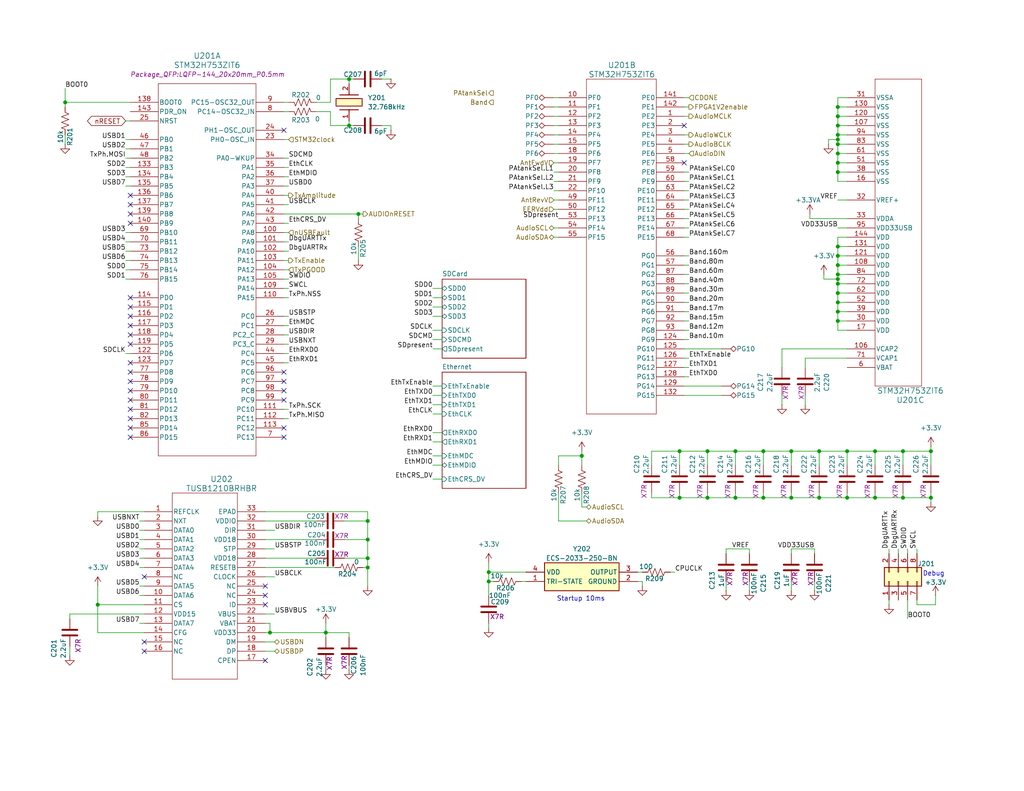
<source format=kicad_sch>
(kicad_sch (version 20250114) (generator "eeschema") (generator_version "9.0")
  (paper "USLetter")
  (title_block (title "Microcontroller") (date "2025-08-10") (company "WB7NAB") (comment 1 "Alan Mimms"))
  (bus_alias "TxEnv" (members "NSS" "CLK" "MISO" "MOSI"))
  (bus_alias "TxPh" (members "NSS" "CLK" "MISO" "MOSI"))
  (text "Debug" (at 254.762 156.718 0) (effects (font (size 1.27 1.27))))
  (text "Startup 10ms" (at 158.496 163.576 0) (effects (font (size 1.27 1.27))))
  (junction (at 185.42 135.89))
  (junction (at 100.33 152.4))
  (junction (at 254 123.19))
  (junction (at 228.6 87.63))
  (junction (at 73.66 172.72))
  (junction (at 223.52 135.89))
  (junction (at 200.66 123.19))
  (junction (at 100.33 142.24))
  (junction (at 228.6 85.09))
  (junction (at 133.35 156.21))
  (junction (at 223.52 123.19))
  (junction (at 185.42 123.19))
  (junction (at 231.14 123.19))
  (junction (at 228.6 69.85))
  (junction (at 208.28 123.19))
  (junction (at 238.76 123.19))
  (junction (at 158.75 124.46))
  (junction (at 228.6 80.01))
  (junction (at 215.9 135.89))
  (junction (at 100.33 147.32))
  (junction (at 228.6 29.21))
  (junction (at 97.79 58.42))
  (junction (at 246.38 123.19))
  (junction (at 100.33 154.94))
  (junction (at 17.78 27.94))
  (junction (at 228.6 31.75))
  (junction (at 193.04 123.19))
  (junction (at 238.76 135.89))
  (junction (at 133.35 158.75))
  (junction (at 231.14 135.89))
  (junction (at 193.04 135.89))
  (junction (at 254 135.89))
  (junction (at 228.6 34.29))
  (junction (at 228.6 77.47))
  (junction (at 95.25 34.29))
  (junction (at 200.66 135.89))
  (junction (at 88.9 172.72))
  (junction (at 228.6 46.99))
  (junction (at 228.6 74.93))
  (junction (at 246.38 135.89))
  (junction (at 228.6 44.45))
  (junction (at 228.6 36.83))
  (junction (at 228.6 82.55))
  (junction (at 215.9 123.19))
  (junction (at 228.6 67.31))
  (junction (at 26.67 165.1))
  (junction (at 228.6 76.2))
  (junction (at 228.6 39.37))
  (junction (at 228.6 72.39))
  (junction (at 208.28 135.89))
  (junction (at 228.6 41.91))
  (junction (at 95.25 21.59))
  (junction (at 228.6 38.1))
  (no_connect (at 35.56 109.22))
  (no_connect (at 39.37 157.48))
  (no_connect (at 35.56 91.44))
  (no_connect (at 39.37 177.8))
  (no_connect (at 35.56 55.88))
  (no_connect (at 35.56 58.42))
  (no_connect (at 72.39 162.56))
  (no_connect (at 77.47 109.22))
  (no_connect (at 77.47 104.14))
  (no_connect (at 35.56 53.34))
  (no_connect (at 77.47 35.56))
  (no_connect (at 35.56 116.84))
  (no_connect (at 35.56 86.36))
  (no_connect (at 35.56 111.76))
  (no_connect (at 35.56 106.68))
  (no_connect (at 35.56 93.98))
  (no_connect (at 77.47 119.38))
  (no_connect (at 35.56 101.6))
  (no_connect (at 35.56 60.96))
  (no_connect (at 35.56 81.28))
  (no_connect (at 35.56 114.3))
  (no_connect (at 77.47 101.6))
  (no_connect (at 35.56 83.82))
  (no_connect (at 35.56 104.14))
  (no_connect (at 35.56 119.38))
  (no_connect (at 72.39 160.02))
  (no_connect (at 35.56 88.9))
  (no_connect (at 39.37 175.26))
  (no_connect (at 186.69 34.29))
  (no_connect (at 77.47 106.68))
  (no_connect (at 72.39 165.1))
  (no_connect (at 77.47 116.84))
  (no_connect (at 72.39 180.34))
  (no_connect (at 35.56 99.06))
  (no_connect (at 186.69 44.45))
  (wire (pts (xy 133.35 158.75) (xy 133.35 162.56)))
  (wire (pts (xy 254 127) (xy 254 123.19)))
  (wire (pts (xy 238.76 123.19) (xy 231.14 123.19)))
  (wire (pts (xy 118.11 83.82) (xy 120.65 83.82)))
  (wire (pts (xy 72.39 170.18) (xy 73.66 170.18)))
  (wire (pts (xy 186.69 39.37) (xy 187.96 39.37)))
  (wire (pts (xy 186.69 64.77) (xy 187.96 64.77)))
  (wire (pts (xy 187.96 85.09) (xy 186.69 85.09)))
  (wire (pts (xy 242.57 165.1) (xy 242.57 163.83)))
  (wire (pts (xy 215.9 149.86) (xy 222.25 149.86)))
  (wire (pts (xy 187.96 80.01) (xy 186.69 80.01)))
  (wire (pts (xy 193.04 123.19) (xy 185.42 123.19)))
  (wire (pts (xy 72.39 147.32) (xy 86.36 147.32)))
  (wire (pts (xy 38.1 147.32) (xy 39.37 147.32)))
  (wire (pts (xy 95.25 181.61) (xy 95.25 182.88)))
  (wire (pts (xy 104.14 34.29) (xy 106.68 34.29)))
  (wire (pts (xy 72.39 154.94) (xy 91.44 154.94)))
  (wire (pts (xy 246.38 123.19) (xy 238.76 123.19)))
  (wire (pts (xy 185.42 123.19) (xy 177.8 123.19)))
  (wire (pts (xy 208.28 135.89) (xy 200.66 135.89)))
  (wire (pts (xy 208.28 123.19) (xy 200.66 123.19)))
  (wire (pts (xy 231.14 85.09) (xy 228.6 85.09)))
  (wire (pts (xy 193.04 135.89) (xy 200.66 135.89)))
  (wire (pts (xy 215.9 151.13) (xy 215.9 149.86)))
  (wire (pts (xy 77.47 76.2) (xy 78.74 76.2)))
  (wire (pts (xy 38.1 144.78) (xy 39.37 144.78)))
  (wire (pts (xy 118.11 105.41) (xy 120.65 105.41)))
  (wire (pts (xy 118.11 107.95) (xy 120.65 107.95)))
  (wire (pts (xy 106.68 34.29) (xy 106.68 35.56)))
  (wire (pts (xy 118.11 124.46) (xy 120.65 124.46)))
  (wire (pts (xy 133.35 158.75) (xy 133.35 156.21)))
  (wire (pts (xy 231.14 69.85) (xy 228.6 69.85)))
  (wire (pts (xy 219.71 97.79) (xy 219.71 100.33)))
  (wire (pts (xy 77.47 88.9) (xy 78.74 88.9)))
  (wire (pts (xy 208.28 127) (xy 208.28 123.19)))
  (wire (pts (xy 228.6 29.21) (xy 228.6 26.67)))
  (wire (pts (xy 186.69 49.53) (xy 187.96 49.53)))
  (wire (pts (xy 238.76 134.62) (xy 238.76 135.89)))
  (wire (pts (xy 38.1 152.4) (xy 39.37 152.4)))
  (wire (pts (xy 186.69 57.15) (xy 187.96 57.15)))
  (wire (pts (xy 231.14 135.89) (xy 223.52 135.89)))
  (wire (pts (xy 77.47 71.12) (xy 78.74 71.12)))
  (wire (pts (xy 228.6 54.61) (xy 231.14 54.61)))
  (wire (pts (xy 186.69 59.69) (xy 187.96 59.69)))
  (wire (pts (xy 133.35 170.18) (xy 133.35 171.45)))
  (wire (pts (xy 152.4 127) (xy 152.4 124.46)))
  (wire (pts (xy 19.05 176.53) (xy 19.05 179.07)))
  (wire (pts (xy 231.14 82.55) (xy 228.6 82.55)))
  (wire (pts (xy 187.96 69.85) (xy 186.69 69.85)))
  (wire (pts (xy 250.19 165.1) (xy 250.19 163.83)))
  (wire (pts (xy 72.39 139.7) (xy 100.33 139.7)))
  (wire (pts (xy 151.13 26.67) (xy 152.4 26.67)))
  (wire (pts (xy 151.13 39.37) (xy 152.4 39.37)))
  (wire (pts (xy 142.24 158.75) (xy 143.51 158.75)))
  (wire (pts (xy 173.99 156.21) (xy 175.26 156.21)))
  (wire (pts (xy 77.47 91.44) (xy 78.74 91.44)))
  (wire (pts (xy 254 135.89) (xy 246.38 135.89)))
  (wire (pts (xy 185.42 135.89) (xy 177.8 135.89)))
  (wire (pts (xy 17.78 36.83) (xy 17.78 39.37)))
  (wire (pts (xy 77.47 30.48) (xy 78.74 30.48)))
  (wire (pts (xy 34.29 43.18) (xy 35.56 43.18)))
  (wire (pts (xy 231.14 80.01) (xy 228.6 80.01)))
  (wire (pts (xy 228.6 44.45) (xy 228.6 46.99)))
  (wire (pts (xy 204.47 158.75) (xy 204.47 161.29)))
  (wire (pts (xy 193.04 127) (xy 193.04 123.19)))
  (wire (pts (xy 118.11 113.03) (xy 120.65 113.03)))
  (wire (pts (xy 231.14 127) (xy 231.14 123.19)))
  (wire (pts (xy 182.88 156.21) (xy 184.15 156.21)))
  (wire (pts (xy 34.29 45.72) (xy 35.56 45.72)))
  (wire (pts (xy 228.6 41.91) (xy 228.6 39.37)))
  (wire (pts (xy 78.74 96.52) (xy 77.47 96.52)))
  (wire (pts (xy 200.66 134.62) (xy 200.66 135.89)))
  (wire (pts (xy 245.11 149.86) (xy 245.11 151.13)))
  (wire (pts (xy 224.79 76.2) (xy 228.6 76.2)))
  (wire (pts (xy 118.11 120.65) (xy 120.65 120.65)))
  (wire (pts (xy 134.62 158.75) (xy 133.35 158.75)))
  (wire (pts (xy 133.35 156.21) (xy 143.51 156.21)))
  (wire (pts (xy 204.47 149.86) (xy 204.47 151.13)))
  (wire (pts (xy 196.85 107.95) (xy 186.69 107.95)))
  (wire (pts (xy 231.14 74.93) (xy 228.6 74.93)))
  (wire (pts (xy 151.13 54.61) (xy 152.4 54.61)))
  (wire (pts (xy 228.6 82.55) (xy 228.6 80.01)))
  (wire (pts (xy 77.47 53.34) (xy 78.74 53.34)))
  (wire (pts (xy 246.38 135.89) (xy 238.76 135.89)))
  (wire (pts (xy 254 121.92) (xy 254 123.19)))
  (wire (pts (xy 228.6 90.17) (xy 228.6 87.63)))
  (wire (pts (xy 133.35 153.67) (xy 133.35 156.21)))
  (wire (pts (xy 187.96 74.93) (xy 186.69 74.93)))
  (wire (pts (xy 26.67 165.1) (xy 26.67 160.02)))
  (wire (pts (xy 77.47 50.8) (xy 78.74 50.8)))
  (wire (pts (xy 254 134.62) (xy 254 135.89)))
  (wire (pts (xy 77.47 27.94) (xy 78.74 27.94)))
  (wire (pts (xy 228.6 38.1) (xy 228.6 36.83)))
  (wire (pts (xy 186.69 41.91) (xy 187.96 41.91)))
  (wire (pts (xy 151.13 34.29) (xy 152.4 34.29)))
  (wire (pts (xy 231.14 46.99) (xy 228.6 46.99)))
  (wire (pts (xy 246.38 127) (xy 246.38 123.19)))
  (wire (pts (xy 77.47 99.06) (xy 78.74 99.06)))
  (wire (pts (xy 228.6 41.91) (xy 228.6 44.45)))
  (wire (pts (xy 77.47 43.18) (xy 78.74 43.18)))
  (wire (pts (xy 152.4 134.62) (xy 152.4 142.24)))
  (wire (pts (xy 88.9 172.72) (xy 88.9 173.99)))
  (wire (pts (xy 34.29 40.64) (xy 35.56 40.64)))
  (wire (pts (xy 34.29 73.66) (xy 35.56 73.66)))
  (wire (pts (xy 90.17 27.94) (xy 90.17 21.59)))
  (wire (pts (xy 222.25 158.75) (xy 222.25 161.29)))
  (wire (pts (xy 158.75 134.62) (xy 158.75 138.43)))
  (wire (pts (xy 17.78 27.94) (xy 35.56 27.94)))
  (wire (pts (xy 193.04 134.62) (xy 193.04 135.89)))
  (wire (pts (xy 77.47 78.74) (xy 78.74 78.74)))
  (wire (pts (xy 186.69 26.67) (xy 187.96 26.67)))
  (wire (pts (xy 38.1 170.18) (xy 39.37 170.18)))
  (wire (pts (xy 177.8 123.19) (xy 177.8 127)))
  (wire (pts (xy 228.6 36.83) (xy 231.14 36.83)))
  (wire (pts (xy 186.69 54.61) (xy 187.96 54.61)))
  (wire (pts (xy 158.75 138.43) (xy 160.02 138.43)))
  (wire (pts (xy 100.33 154.94) (xy 100.33 160.02)))
  (wire (pts (xy 88.9 172.72) (xy 95.25 172.72)))
  (wire (pts (xy 118.11 86.36) (xy 120.65 86.36)))
  (wire (pts (xy 118.11 95.25) (xy 120.65 95.25)))
  (wire (pts (xy 186.69 52.07) (xy 187.96 52.07)))
  (wire (pts (xy 72.39 172.72) (xy 73.66 172.72)))
  (wire (pts (xy 97.79 58.42) (xy 97.79 59.69)))
  (wire (pts (xy 86.36 27.94) (xy 90.17 27.94)))
  (wire (pts (xy 187.96 92.71) (xy 186.69 92.71)))
  (wire (pts (xy 215.9 135.89) (xy 208.28 135.89)))
  (wire (pts (xy 186.69 97.79) (xy 187.96 97.79)))
  (wire (pts (xy 228.6 31.75) (xy 228.6 34.29)))
  (wire (pts (xy 238.76 135.89) (xy 231.14 135.89)))
  (wire (pts (xy 38.1 149.86) (xy 39.37 149.86)))
  (wire (pts (xy 231.14 39.37) (xy 228.6 39.37)))
  (wire (pts (xy 186.69 102.87) (xy 187.96 102.87)))
  (wire (pts (xy 173.99 158.75) (xy 175.26 158.75)))
  (wire (pts (xy 100.33 142.24) (xy 100.33 147.32)))
  (wire (pts (xy 77.47 48.26) (xy 78.74 48.26)))
  (wire (pts (xy 95.25 34.29) (xy 96.52 34.29)))
  (wire (pts (xy 228.6 69.85) (xy 228.6 67.31)))
  (wire (pts (xy 97.79 67.31) (xy 97.79 71.12)))
  (wire (pts (xy 187.96 90.17) (xy 186.69 90.17)))
  (wire (pts (xy 151.13 36.83) (xy 152.4 36.83)))
  (wire (pts (xy 228.6 77.47) (xy 228.6 76.2)))
  (wire (pts (xy 72.39 167.64) (xy 74.93 167.64)))
  (wire (pts (xy 231.14 123.19) (xy 223.52 123.19)))
  (wire (pts (xy 100.33 147.32) (xy 100.33 152.4)))
  (wire (pts (xy 72.39 157.48) (xy 74.93 157.48)))
  (wire (pts (xy 93.98 147.32) (xy 100.33 147.32)))
  (wire (pts (xy 231.14 44.45) (xy 228.6 44.45)))
  (wire (pts (xy 77.47 93.98) (xy 78.74 93.98)))
  (wire (pts (xy 185.42 135.89) (xy 193.04 135.89)))
  (wire (pts (xy 223.52 134.62) (xy 223.52 135.89)))
  (wire (pts (xy 215.9 123.19) (xy 208.28 123.19)))
  (wire (pts (xy 77.47 45.72) (xy 78.74 45.72)))
  (wire (pts (xy 77.47 58.42) (xy 97.79 58.42)))
  (wire (pts (xy 95.25 21.59) (xy 95.25 22.86)))
  (wire (pts (xy 152.4 49.53) (xy 151.13 49.53)))
  (wire (pts (xy 118.11 118.11) (xy 120.65 118.11)))
  (wire (pts (xy 151.13 29.21) (xy 152.4 29.21)))
  (wire (pts (xy 200.66 127) (xy 200.66 123.19)))
  (wire (pts (xy 196.85 105.41) (xy 186.69 105.41)))
  (wire (pts (xy 226.06 38.1) (xy 226.06 39.37)))
  (wire (pts (xy 118.11 81.28) (xy 120.65 81.28)))
  (wire (pts (xy 228.6 39.37) (xy 228.6 38.1)))
  (wire (pts (xy 231.14 90.17) (xy 228.6 90.17)))
  (wire (pts (xy 38.1 154.94) (xy 39.37 154.94)))
  (wire (pts (xy 118.11 92.71) (xy 120.65 92.71)))
  (wire (pts (xy 97.79 58.42) (xy 99.06 58.42)))
  (wire (pts (xy 118.11 127) (xy 120.65 127)))
  (wire (pts (xy 185.42 134.62) (xy 185.42 135.89)))
  (wire (pts (xy 254 123.19) (xy 246.38 123.19)))
  (wire (pts (xy 72.39 177.8) (xy 74.93 177.8)))
  (wire (pts (xy 223.52 127) (xy 223.52 123.19)))
  (wire (pts (xy 34.29 38.1) (xy 35.56 38.1)))
  (wire (pts (xy 223.52 123.19) (xy 215.9 123.19)))
  (wire (pts (xy 34.29 48.26) (xy 35.56 48.26)))
  (wire (pts (xy 228.6 76.2) (xy 228.6 74.93)))
  (wire (pts (xy 73.66 170.18) (xy 73.66 172.72)))
  (wire (pts (xy 228.6 31.75) (xy 231.14 31.75)))
  (wire (pts (xy 231.14 64.77) (xy 228.6 64.77)))
  (wire (pts (xy 187.96 82.55) (xy 186.69 82.55)))
  (wire (pts (xy 187.96 100.33) (xy 186.69 100.33)))
  (wire (pts (xy 118.11 78.74) (xy 120.65 78.74)))
  (wire (pts (xy 198.12 151.13) (xy 198.12 149.86)))
  (wire (pts (xy 238.76 127) (xy 238.76 123.19)))
  (wire (pts (xy 231.14 67.31) (xy 228.6 67.31)))
  (wire (pts (xy 72.39 142.24) (xy 86.36 142.24)))
  (wire (pts (xy 228.6 62.23) (xy 231.14 62.23)))
  (wire (pts (xy 228.6 74.93) (xy 228.6 72.39)))
  (wire (pts (xy 26.67 140.97) (xy 26.67 139.7)))
  (wire (pts (xy 26.67 172.72) (xy 26.67 165.1)))
  (wire (pts (xy 93.98 152.4) (xy 100.33 152.4)))
  (wire (pts (xy 228.6 85.09) (xy 228.6 82.55)))
  (wire (pts (xy 198.12 149.86) (xy 204.47 149.86)))
  (wire (pts (xy 213.36 100.33) (xy 213.36 95.25)))
  (wire (pts (xy 185.42 127) (xy 185.42 123.19)))
  (wire (pts (xy 231.14 41.91) (xy 228.6 41.91)))
  (wire (pts (xy 208.28 134.62) (xy 208.28 135.89)))
  (wire (pts (xy 158.75 124.46) (xy 158.75 127)))
  (wire (pts (xy 34.29 71.12) (xy 35.56 71.12)))
  (wire (pts (xy 254 135.89) (xy 254 137.16)))
  (wire (pts (xy 186.69 36.83) (xy 187.96 36.83)))
  (wire (pts (xy 175.26 158.75) (xy 175.26 160.02)))
  (wire (pts (xy 228.6 49.53) (xy 228.6 46.99)))
  (wire (pts (xy 90.17 21.59) (xy 95.25 21.59)))
  (wire (pts (xy 152.4 46.99) (xy 151.13 46.99)))
  (wire (pts (xy 228.6 80.01) (xy 228.6 77.47)))
  (wire (pts (xy 228.6 38.1) (xy 226.06 38.1)))
  (wire (pts (xy 90.17 34.29) (xy 95.25 34.29)))
  (wire (pts (xy 231.14 134.62) (xy 231.14 135.89)))
  (wire (pts (xy 231.14 49.53) (xy 228.6 49.53)))
  (wire (pts (xy 220.98 58.42) (xy 220.98 59.69)))
  (wire (pts (xy 86.36 30.48) (xy 90.17 30.48)))
  (wire (pts (xy 77.47 81.28) (xy 78.74 81.28)))
  (wire (pts (xy 39.37 172.72) (xy 26.67 172.72)))
  (wire (pts (xy 198.12 158.75) (xy 198.12 161.29)))
  (wire (pts (xy 38.1 162.56) (xy 39.37 162.56)))
  (wire (pts (xy 200.66 123.19) (xy 193.04 123.19)))
  (wire (pts (xy 228.6 29.21) (xy 231.14 29.21)))
  (wire (pts (xy 158.75 123.19) (xy 158.75 124.46)))
  (wire (pts (xy 118.11 90.17) (xy 120.65 90.17)))
  (wire (pts (xy 213.36 95.25) (xy 231.14 95.25)))
  (wire (pts (xy 93.98 142.24) (xy 100.33 142.24)))
  (wire (pts (xy 77.47 86.36) (xy 78.74 86.36)))
  (wire (pts (xy 228.6 87.63) (xy 228.6 85.09)))
  (wire (pts (xy 186.69 31.75) (xy 187.96 31.75)))
  (wire (pts (xy 17.78 29.21) (xy 17.78 27.94)))
  (wire (pts (xy 247.65 151.13) (xy 247.65 149.86)))
  (wire (pts (xy 77.47 73.66) (xy 78.74 73.66)))
  (wire (pts (xy 19.05 167.64) (xy 39.37 167.64)))
  (wire (pts (xy 77.47 68.58) (xy 78.74 68.58)))
  (wire (pts (xy 228.6 31.75) (xy 228.6 29.21)))
  (wire (pts (xy 220.98 59.69) (xy 231.14 59.69)))
  (wire (pts (xy 186.69 62.23) (xy 187.96 62.23)))
  (wire (pts (xy 231.14 72.39) (xy 228.6 72.39)))
  (wire (pts (xy 215.9 158.75) (xy 215.9 161.29)))
  (wire (pts (xy 151.13 41.91) (xy 152.4 41.91)))
  (wire (pts (xy 19.05 168.91) (xy 19.05 167.64)))
  (wire (pts (xy 34.29 63.5) (xy 35.56 63.5)))
  (wire (pts (xy 99.06 154.94) (xy 100.33 154.94)))
  (wire (pts (xy 100.33 139.7) (xy 100.33 142.24)))
  (wire (pts (xy 186.69 46.99) (xy 187.96 46.99)))
  (wire (pts (xy 104.14 21.59) (xy 106.68 21.59)))
  (wire (pts (xy 72.39 144.78) (xy 74.93 144.78)))
  (wire (pts (xy 95.25 172.72) (xy 95.25 173.99)))
  (wire (pts (xy 88.9 170.18) (xy 88.9 172.72)))
  (wire (pts (xy 228.6 72.39) (xy 228.6 69.85)))
  (wire (pts (xy 231.14 87.63) (xy 228.6 87.63)))
  (wire (pts (xy 196.85 95.25) (xy 186.69 95.25)))
  (wire (pts (xy 151.13 31.75) (xy 152.4 31.75)))
  (wire (pts (xy 242.57 151.13) (xy 242.57 149.86)))
  (wire (pts (xy 228.6 26.67) (xy 231.14 26.67)))
  (wire (pts (xy 247.65 163.83) (xy 247.65 168.91)))
  (wire (pts (xy 250.19 151.13) (xy 250.19 149.86)))
  (wire (pts (xy 77.47 38.1) (xy 78.74 38.1)))
  (wire (pts (xy 77.47 111.76) (xy 78.74 111.76)))
  (wire (pts (xy 77.47 63.5) (xy 78.74 63.5)))
  (wire (pts (xy 100.33 152.4) (xy 100.33 154.94)))
  (wire (pts (xy 228.6 67.31) (xy 228.6 64.77)))
  (wire (pts (xy 95.25 33.02) (xy 95.25 34.29)))
  (wire (pts (xy 152.4 52.07) (xy 151.13 52.07)))
  (wire (pts (xy 228.6 34.29) (xy 231.14 34.29)))
  (wire (pts (xy 26.67 165.1) (xy 39.37 165.1)))
  (wire (pts (xy 219.71 107.95) (xy 219.71 110.49)))
  (wire (pts (xy 151.13 62.23) (xy 152.4 62.23)))
  (wire (pts (xy 34.29 76.2) (xy 35.56 76.2)))
  (wire (pts (xy 255.27 162.56) (xy 255.27 165.1)))
  (wire (pts (xy 152.4 142.24) (xy 160.02 142.24)))
  (wire (pts (xy 72.39 152.4) (xy 86.36 152.4)))
  (wire (pts (xy 118.11 110.49) (xy 120.65 110.49)))
  (wire (pts (xy 77.47 60.96) (xy 78.74 60.96)))
  (wire (pts (xy 34.29 66.04) (xy 35.56 66.04)))
  (wire (pts (xy 231.14 97.79) (xy 219.71 97.79)))
  (wire (pts (xy 26.67 139.7) (xy 39.37 139.7)))
  (wire (pts (xy 77.47 55.88) (xy 78.74 55.88)))
  (wire (pts (xy 215.9 134.62) (xy 215.9 135.89)))
  (wire (pts (xy 152.4 124.46) (xy 158.75 124.46)))
  (wire (pts (xy 231.14 77.47) (xy 228.6 77.47)))
  (wire (pts (xy 255.27 165.1) (xy 250.19 165.1)))
  (wire (pts (xy 223.52 135.89) (xy 215.9 135.89)))
  (wire (pts (xy 177.8 134.62) (xy 177.8 135.89)))
  (wire (pts (xy 77.47 66.04) (xy 78.74 66.04)))
  (wire (pts (xy 151.13 64.77) (xy 152.4 64.77)))
  (wire (pts (xy 17.78 24.13) (xy 17.78 27.94)))
  (wire (pts (xy 228.6 36.83) (xy 228.6 34.29)))
  (wire (pts (xy 186.69 29.21) (xy 187.96 29.21)))
  (wire (pts (xy 72.39 175.26) (xy 74.93 175.26)))
  (wire (pts (xy 38.1 160.02) (xy 39.37 160.02)))
  (wire (pts (xy 187.96 87.63) (xy 186.69 87.63)))
  (wire (pts (xy 213.36 107.95) (xy 213.36 110.49)))
  (wire (pts (xy 34.29 96.52) (xy 35.56 96.52)))
  (wire (pts (xy 34.29 68.58) (xy 35.56 68.58)))
  (wire (pts (xy 88.9 181.61) (xy 88.9 182.88)))
  (wire (pts (xy 151.13 44.45) (xy 152.4 44.45)))
  (wire (pts (xy 34.29 33.02) (xy 35.56 33.02)))
  (wire (pts (xy 118.11 130.81) (xy 120.65 130.81)))
  (wire (pts (xy 38.1 142.24) (xy 39.37 142.24)))
  (wire (pts (xy 215.9 127) (xy 215.9 123.19)))
  (wire (pts (xy 77.47 114.3) (xy 78.74 114.3)))
  (wire (pts (xy 187.96 77.47) (xy 186.69 77.47)))
  (wire (pts (xy 224.79 74.93) (xy 224.79 76.2)))
  (wire (pts (xy 73.66 172.72) (xy 88.9 172.72)))
  (wire (pts (xy 95.25 21.59) (xy 96.52 21.59)))
  (wire (pts (xy 187.96 72.39) (xy 186.69 72.39)))
  (wire (pts (xy 151.13 57.15) (xy 152.4 57.15)))
  (wire (pts (xy 246.38 134.62) (xy 246.38 135.89)))
  (wire (pts (xy 34.29 50.8) (xy 35.56 50.8)))
  (wire (pts (xy 222.25 149.86) (xy 222.25 151.13)))
  (wire (pts (xy 72.39 149.86) (xy 74.93 149.86)))
  (wire (pts (xy 90.17 30.48) (xy 90.17 34.29)))
  (label "SDCLK" (at 118.11 90.17 180))
  (label "BOOT0" (at 17.78 24.13 0))
  (label "USBNXT" (at 78.74 93.98 0))
  (label "PAtankSel.C5" (at 187.96 59.69 0))
  (label "USBD6" (at 34.29 71.12 180))
  (label "TxPh.SCK" (at 78.74 111.76 0))
  (label "USBD0" (at 38.1 144.78 180))
  (label "USBD1" (at 38.1 147.32 180))
  (label "SDD0" (at 34.29 73.66 180))
  (label "Band.20m" (at 187.96 82.55 0))
  (label "SDD2" (at 34.29 45.72 180))
  (label "EthTxEnable" (at 187.96 97.79 0))
  (label "SDpresent" (at 118.11 95.25 180))
  (label "EthTXD0" (at 118.11 107.95 180))
  (label "USBD0" (at 78.74 50.8 0))
  (label "SWCL" (at 250.19 149.86 90))
  (label "USBD4" (at 38.1 154.94 180))
  (label "USBD2" (at 38.1 149.86 180))
  (label "TxPh.MISO" (at 78.74 114.3 0))
  (label "EthRXD1" (at 78.74 99.06 0))
  (label "VREF" (at 204.47 149.86 180))
  (label "SWCL" (at 78.74 78.74 0))
  (label "USBD3" (at 38.1 152.4 180))
  (label "USBDIR" (at 74.93 144.78 0))
  (label "EthCRS_DV" (at 118.11 130.81 180))
  (label "Band.40m" (at 187.96 77.47 0))
  (label "PAtankSel.C2" (at 187.96 52.07 0))
  (label "USBD1" (at 34.29 38.1 180))
  (label "EthTXD1" (at 118.11 110.49 180))
  (label "EthRXD0" (at 78.74 96.52 0))
  (label "USBSTP" (at 78.74 86.36 0))
  (label "EthTXD1" (at 187.96 100.33 0))
  (label "USBD3" (at 34.29 63.5 180))
  (label "Band.10m" (at 187.96 92.71 0))
  (label "USBCLK" (at 74.93 157.48 0))
  (label "USBD7" (at 38.1 170.18 180))
  (label "EthCLK" (at 78.74 45.72 0))
  (label "USBNXT" (at 38.1 142.24 180))
  (label "PAtankSel.L3" (at 151.13 52.07 180))
  (label "PAtankSel.L1" (at 151.13 46.99 180))
  (label "USBD2" (at 34.29 40.64 180))
  (label "PAtankSel.C6" (at 187.96 62.23 0))
  (label "SWDIO" (at 247.65 149.86 90))
  (label "EthMDC" (at 78.74 88.9 0))
  (label "CPUCLK" (at 184.15 156.21 0))
  (label "USBDIR" (at 78.74 91.44 0))
  (label "USBD4" (at 34.29 66.04 180))
  (label "DbgUARTRx" (at 78.74 68.58 0))
  (label "DbgUARTTx" (at 78.74 66.04 0))
  (label "USBCLK" (at 78.74 55.88 0))
  (label "EthTxEnable" (at 118.11 105.41 180))
  (label "SDCMD" (at 118.11 92.71 180))
  (label "Band.15m" (at 187.96 87.63 0))
  (label "SDD3" (at 118.11 86.36 180))
  (label "SDpresent" (at 152.4 59.69 180))
  (label "USBD7" (at 34.29 50.8 180))
  (label "SDD1" (at 118.11 81.28 180))
  (label "SDCLK" (at 34.29 96.52 180))
  (label "DbgUARTRx" (at 245.11 149.86 90))
  (label "PAtankSel.C7" (at 187.96 64.77 0))
  (label "VDD33USB" (at 222.25 149.86 180))
  (label "USBD6" (at 38.1 162.56 180))
  (label "PAtankSel.L2" (at 151.13 49.53 180))
  (label "EthCLK" (at 118.11 113.03 180))
  (label "VDD33USB" (at 228.6 62.23 180))
  (label "PAtankSel.C0" (at 187.96 46.99 0))
  (label "EthRXD0" (at 118.11 118.11 180))
  (label "SDD2" (at 118.11 83.82 180))
  (label "VREF" (at 228.6 54.61 180))
  (label "PAtankSel.C3" (at 187.96 54.61 0))
  (label "USBVBUS" (at 74.93 167.64 0))
  (label "SDCMD" (at 78.74 43.18 0))
  (label "SWDIO" (at 78.74 76.2 0))
  (label "PAtankSel.C1" (at 187.96 49.53 0))
  (label "SDD0" (at 118.11 78.74 180))
  (label "SDD1" (at 34.29 76.2 180))
  (label "Band.17m" (at 187.96 85.09 0))
  (label "Band.80m" (at 187.96 72.39 0))
  (label "USBSTP" (at 74.93 149.86 0))
  (label "Band.30m" (at 187.96 80.01 0))
  (label "DbgUARTTx" (at 242.57 149.86 90))
  (label "SDD3" (at 34.29 48.26 180))
  (label "EthRXD1" (at 118.11 120.65 180))
  (label "BOOT0" (at 247.65 168.91 0))
  (label "USBD5" (at 38.1 160.02 180))
  (label "EthMDC" (at 118.11 124.46 180))
  (label "EthMDIO" (at 118.11 127 180))
  (label "Band.160m" (at 187.96 69.85 0))
  (label "Band.60m" (at 187.96 74.93 0))
  (label "Band.12m" (at 187.96 90.17 0))
  (label "TxPh.NSS" (at 78.74 81.28 0))
  (label "EthTXD0" (at 187.96 102.87 0))
  (label "PAtankSel.C4" (at 187.96 57.15 0))
  (label "USBD5" (at 34.29 68.58 180))
  (label "TxPh.MOSI" (at 34.29 43.18 180))
  (label "EthMDIO" (at 78.74 48.26 0))
  (label "EthCRS_DV" (at 78.74 60.96 0))
  (global_label "nRESET" (shape bidirectional) (at 34.29 33.02 180) (property "Intersheetrefs" "${INTERSHEET_REFS}" (effects (hide yes))))
  (hierarchical_label "USBDP" (shape bidirectional) (at 74.93 177.8 0))
  (hierarchical_label "STM32clock" (shape input) (at 78.74 38.1 0))
  (hierarchical_label "TxAmplitude" (shape output) (at 78.74 53.34 0))
  (hierarchical_label "AudioSCL" (shape bidirectional) (at 160.02 138.43 0))
  (hierarchical_label "CDONE" (shape input) (at 187.96 26.67 0))
  (hierarchical_label "Band" (shape output) (at 134.62 27.94 180))
  (hierarchical_label "AntFwdV" (shape input) (at 151.13 44.45 180))
  (hierarchical_label "AntRevV" (shape input) (at 151.13 54.61 180))
  (hierarchical_label "nUSBFault" (shape input) (at 78.74 63.5 0))
  (hierarchical_label "EERVdd" (shape input) (at 151.13 57.15 180))
  (hierarchical_label "USBDN" (shape bidirectional) (at 74.93 175.26 0))
  (hierarchical_label "AudioDIN" (shape input) (at 187.96 41.91 0))
  (hierarchical_label "AudioSDA" (shape bidirectional) (at 160.02 142.24 0))
  (hierarchical_label "AudioBCLK" (shape output) (at 187.96 39.37 0))
  (hierarchical_label "AUDIOnRESET" (shape output) (at 99.06 58.42 0))
  (hierarchical_label "TxPGOOD" (shape input) (at 78.74 73.66 0))
  (hierarchical_label "AudioWCLK" (shape output) (at 187.96 36.83 0))
  (hierarchical_label "AudioSDA" (shape bidirectional) (at 151.13 64.77 180))
  (hierarchical_label "AudioMCLK" (shape output) (at 187.96 31.75 0))
  (hierarchical_label "AudioSCL" (shape bidirectional) (at 151.13 62.23 180))
  (hierarchical_label "TxEnable" (shape output) (at 78.74 71.12 0))
  (hierarchical_label "PAtankSel" (shape output) (at 134.62 25.4 180))
  (hierarchical_label "FPGA1V2enable" (shape output) (at 187.96 29.21 0))
  (symbol (lib_id "ECS-2033-250-BN:ECS-2033-250-BN") (at 143.51 156.21 0) (unit 1)
    (property "Reference" "Y202" (at 158.75 149.86 0))
    (property "Value" "ECS-2033-250-BN" (at 158.75 152.4 0))
    (property "Footprint" "symbols:ECS2033250BN" (effects (hide yes)))
    (property "Description" "Standard Clock Oscillators ECS-2033,OSC XO 25.000MHZ HCMOS SMD,3.3V, 50ppm,-40 C 85 C,13mA,Surface Mount,0.098\" L x 0.079\" W (2.50mm x 2.00mm),0.035\" (0.90mm)" (effects (hide yes)))
    (property "Height" "1" (effects (hide yes)))
    (property "Mouser Part Number" "520-2033-250-BN" (effects (hide yes)))
    (property "Mouser Price/Stock" "https://www.mouser.co.uk/ProductDetail/ECS/ECS-2033-250-BN?qs=94V4QatVK%252BfP3OkXXmWhpg%3D%3D" (effects (hide yes)))
    (property "Manufacturer_Name" "ECS" (effects (hide yes)))
    (property "Manufacturer_Part_Number" "ECS-2033-250-BN" (effects (hide yes)))
  )
  (symbol (lib_id "power:GND") (at 88.9 182.88 0) (unit 1)
    (property "Reference" "#PWR0206" (effects (hide yes)))
    (property "Value" "GND" (effects (hide yes)))
    (property "Description" "Power symbol creates a global label with name \"GND\" , ground" (effects (hide yes)))
  )
  (symbol (lib_id "power:GND") (at 226.06 39.37 0) (unit 1)
    (property "Reference" "#PWR0224" (effects (hide yes)))
    (property "Value" "GND" (effects (hide yes)))
    (property "Description" "Power symbol creates a global label with name \"GND\" , ground" (effects (hide yes)))
  )
  (symbol (lib_id "Device:C") (at 246.38 130.81 0) (mirror y) (unit 1)
    (property "Reference" "C225" (at 242.316 126.746 90))
    (property "Value" "2.2uF" (at 244.856 126.746 90))
    (property "Footprint" "Capacitor_SMD:C_0805_2012Metric" (effects (hide yes)))
    (property "Description" "Unpolarized capacitor" (effects (hide yes)))
    (property "cap-type" "X7R" (at 244.348 134.112 90))
  )
  (symbol (lib_id "power:GND") (at 26.67 140.97 0) (mirror y) (unit 1)
    (property "Reference" "#PWR0203" (effects (hide yes)))
    (property "Value" "GND" (effects (hide yes)))
    (property "Description" "Power symbol creates a global label with name \"GND\" , ground" (effects (hide yes)))
  )
  (symbol (lib_id "power:GND") (at 106.68 35.56 0) (unit 1)
    (property "Reference" "#PWR0211" (effects (hide yes)))
    (property "Value" "GND" (effects (hide yes)))
    (property "Description" "Power symbol creates a global label with name \"GND\" , ground" (effects (hide yes)))
  )
  (symbol (lib_id "power:GND") (at 175.26 160.02 0) (unit 1)
    (property "Reference" "#PWR0215" (effects (hide yes)))
    (property "Value" "GND" (effects (hide yes)))
    (property "Description" "Power symbol creates a global label with name \"GND\" , ground" (effects (hide yes)))
  )
  (symbol (lib_id "power:GND") (at 100.33 160.02 0) (unit 1)
    (property "Reference" "#PWR0209" (effects (hide yes)))
    (property "Value" "GND" (effects (hide yes)))
    (property "Description" "Power symbol creates a global label with name \"GND\" , ground" (effects (hide yes)))
  )
  (symbol (lib_id "Device:R_US") (at 17.78 33.02 0) (unit 1)
    (property "Reference" "R201" (at 19.05 37.338 90))
    (property "Value" "10k" (at 16.51 37.338 90))
    (property "Description" "Resistor, US symbol" (effects (hide yes)))
  )
  (symbol (lib_id "Device:C") (at 133.35 166.37 0) (mirror y) (unit 1)
    (property "Reference" "C209" (at 136.398 164.338 0))
    (property "Value" "100nF" (at 136.398 162.56 0))
    (property "Footprint" "Capacitor_SMD:C_0805_2012Metric" (effects (hide yes)))
    (property "Description" "Unpolarized capacitor" (effects (hide yes)))
    (property "cap-type" "X7R" (at 135.636 168.402 0))
  )
  (symbol (lib_id "Device:C") (at 219.71 104.14 0) (unit 1)
    (property "Reference" "C220" (at 225.552 104.394 90))
    (property "Value" "2.2uF" (at 223.012 104.394 90))
    (property "Footprint" "Capacitor_SMD:C_0805_2012Metric" (effects (hide yes)))
    (property "Description" "Unpolarized capacitor" (effects (hide yes)))
    (property "cap-type" "X7R" (at 218.694 107.188 90))
  )
  (symbol (lib_id "Device:C") (at 208.28 130.81 0) (mirror y) (unit 1)
    (property "Reference" "C216" (at 204.216 126.746 90))
    (property "Value" "2.2uF" (at 206.756 126.746 90))
    (property "Footprint" "Capacitor_SMD:C_0805_2012Metric" (effects (hide yes)))
    (property "Description" "Unpolarized capacitor" (effects (hide yes)))
    (property "cap-type" "X7R" (at 206.248 134.112 90))
  )
  (symbol (lib_id "power:GND") (at 219.71 110.49 0) (unit 1)
    (property "Reference" "#PWR0220" (effects (hide yes)))
    (property "Value" "GND" (effects (hide yes)))
    (property "Description" "Power symbol creates a global label with name \"GND\" , ground" (effects (hide yes)))
  )
  (symbol (lib_id "Connector:TestPoint_Alt") (at 151.13 34.29 90) (mirror x) (unit 1)
    (property "Reference" "TP204" (effects (hide yes)))
    (property "Value" "PF3" (at 147.066 34.29 90) (effects (justify left)))
    (property "Description" "test point (alternative shape)" (effects (hide yes)))
  )
  (symbol (lib_id "Device:R_US") (at 179.07 156.21 90) (unit 1)
    (property "Reference" "R209" (at 178.562 157.988 90))
    (property "Value" "100" (at 176.276 154.686 90))
    (property "Description" "Resistor, US symbol" (effects (hide yes)))
  )
  (symbol (lib_id "Connector:TestPoint_Alt") (at 196.85 107.95 270) (unit 1)
    (property "Reference" "TP210" (effects (hide yes)))
    (property "Value" "PG15" (at 200.914 107.95 90) (effects (justify left)))
    (property "Description" "test point (alternative shape)" (effects (hide yes)))
  )
  (symbol (lib_id "Device:C") (at 204.47 154.94 0) (unit 1)
    (property "Reference" "C215" (at 208.28 159.258 90))
    (property "Value" "100nF" (at 205.74 159.258 90))
    (property "Footprint" "Capacitor_SMD:C_0805_2012Metric" (effects (hide yes)))
    (property "Description" "Unpolarized capacitor" (effects (hide yes)))
    (property "cap-type" "X7R" (at 203.454 157.988 90))
  )
  (symbol (lib_id "power:GND") (at 97.79 71.12 0) (unit 1)
    (property "Reference" "#PWR0208" (effects (hide yes)))
    (property "Value" "GND" (effects (hide yes)))
    (property "Description" "Power symbol creates a global label with name \"GND\" , ground" (effects (hide yes)))
  )
  (symbol (lib_id "Device:R_US") (at 138.43 158.75 90) (unit 1)
    (property "Reference" "R206" (at 137.922 160.528 90))
    (property "Value" "10k" (at 135.636 157.226 90))
    (property "Description" "Resistor, US symbol" (effects (hide yes)))
  )
  (symbol (lib_id "Device:C") (at 238.76 130.81 0) (mirror y) (unit 1)
    (property "Reference" "C224" (at 234.696 126.746 90))
    (property "Value" "2.2uF" (at 237.236 126.746 90))
    (property "Footprint" "Capacitor_SMD:C_0805_2012Metric" (effects (hide yes)))
    (property "Description" "Unpolarized capacitor" (effects (hide yes)))
    (property "cap-type" "X7R" (at 236.728 134.112 90))
  )
  (symbol (lib_id "power:+3.3V") (at 254 121.92 0) (unit 1)
    (property "Reference" "#PWR0226" (effects (hide yes)))
    (property "Value" "+3.3V" (at 254 116.84 0))
    (property "Description" "Power symbol creates a global label with name \"+3.3V\"" (effects (hide yes)))
  )
  (symbol (lib_id "Connector:TestPoint_Alt") (at 151.13 41.91 90) (mirror x) (unit 1)
    (property "Reference" "TP207" (effects (hide yes)))
    (property "Value" "PF6" (at 147.066 41.91 90) (effects (justify left)))
    (property "Description" "test point (alternative shape)" (effects (hide yes)))
  )
  (symbol (lib_id "Device:C") (at 215.9 154.94 0) (mirror y) (unit 1)
    (property "Reference" "C219" (at 212.09 158.496 90))
    (property "Value" "1uF" (at 214.63 158.496 90))
    (property "Footprint" "Capacitor_SMD:C_0805_2012Metric" (effects (hide yes)))
    (property "Description" "Unpolarized capacitor" (effects (hide yes)))
    (property "cap-type" "X7R" (at 216.916 157.988 90))
  )
  (symbol (lib_id "Device:C") (at 95.25 177.8 0) (mirror y) (unit 1)
    (property "Reference" "C206" (at 96.52 181.61 90))
    (property "Value" "100nF" (at 99.06 181.61 90))
    (property "Footprint" "Capacitor_SMD:C_0805_2012Metric" (effects (hide yes)))
    (property "Description" "Unpolarized capacitor" (effects (hide yes)))
    (property "cap-type" "X7R" (at 93.98 180.848 90))
  )
  (symbol (lib_id "power:+3.3V") (at 255.27 162.56 0) (unit 1)
    (property "Reference" "#PWR0228" (effects (hide yes)))
    (property "Value" "+3.3V" (at 255.27 159.004 0))
    (property "Description" "Power symbol creates a global label with name \"+3.3V\"" (effects (hide yes)))
  )
  (symbol (lib_id "power:GND") (at 222.25 161.29 0) (unit 1)
    (property "Reference" "#PWR0222" (effects (hide yes)))
    (property "Value" "GND" (effects (hide yes)))
    (property "Description" "Power symbol creates a global label with name \"GND\" , ground" (effects (hide yes)))
  )
  (symbol (lib_id "Device:R_US") (at 95.25 154.94 90) (unit 1)
    (property "Reference" "R204" (at 94.742 156.718 90))
    (property "Value" "0" (at 97.282 153.416 90))
    (property "Description" "Resistor, US symbol" (effects (hide yes)))
  )
  (symbol (lib_id "Device:C") (at 90.17 142.24 90) (unit 1)
    (property "Reference" "C203" (at 86.106 140.97 90))
    (property "Value" "100nF" (at 85.852 143.256 90))
    (property "Footprint" "Capacitor_SMD:C_0805_2012Metric" (effects (hide yes)))
    (property "Description" "Unpolarized capacitor" (effects (hide yes)))
    (property "cap-type" "X7R" (at 93.218 140.97 90))
  )
  (symbol (lib_id "power:GND") (at 254 137.16 0) (unit 1)
    (property "Reference" "#PWR0227" (effects (hide yes)))
    (property "Value" "GND" (effects (hide yes)))
    (property "Description" "Power symbol creates a global label with name \"GND\" , ground" (effects (hide yes)))
  )
  (symbol (lib_id "Device:C") (at 177.8 130.81 0) (mirror y) (unit 1)
    (property "Reference" "C210" (at 173.736 126.746 90))
    (property "Value" "2.2uF" (at 176.276 126.746 90))
    (property "Footprint" "Capacitor_SMD:C_0805_2012Metric" (effects (hide yes)))
    (property "Description" "Unpolarized capacitor" (effects (hide yes)))
    (property "cap-type" "X7R" (at 175.768 134.112 90))
  )
  (symbol (lib_id "power:GND") (at 198.12 161.29 0) (unit 1)
    (property "Reference" "#PWR0216" (effects (hide yes)))
    (property "Value" "GND" (effects (hide yes)))
    (property "Description" "Power symbol creates a global label with name \"GND\" , ground" (effects (hide yes)))
  )
  (symbol (lib_id "Connector:TestPoint_Alt") (at 196.85 105.41 270) (unit 1)
    (property "Reference" "TP209" (effects (hide yes)))
    (property "Value" "PG14" (at 200.914 105.41 90) (effects (justify left)))
    (property "Description" "test point (alternative shape)" (effects (hide yes)))
  )
  (symbol (lib_id "Device:C") (at 213.36 104.14 0) (mirror y) (unit 1)
    (property "Reference" "C217" (at 207.518 104.394 90))
    (property "Value" "2.2uF" (at 210.058 104.394 90))
    (property "Footprint" "Capacitor_SMD:C_0805_2012Metric" (effects (hide yes)))
    (property "Description" "Unpolarized capacitor" (effects (hide yes)))
    (property "cap-type" "X7R" (at 214.376 107.188 90))
  )
  (symbol (lib_id "Device:R_US") (at 82.55 27.94 90) (mirror x) (unit 1)
    (property "Reference" "R202" (at 82.042 25.908 90))
    (property "Value" "0" (at 86.868 26.67 90))
    (property "Description" "Resistor, US symbol" (effects (hide yes)))
  )
  (symbol (lib_id "Connector:TestPoint_Alt") (at 151.13 39.37 90) (mirror x) (unit 1)
    (property "Reference" "TP206" (effects (hide yes)))
    (property "Value" "PF5" (at 147.066 39.37 90) (effects (justify left)))
    (property "Description" "test point (alternative shape)" (effects (hide yes)))
  )
  (symbol (lib_id "Device:C") (at 200.66 130.81 0) (mirror y) (unit 1)
    (property "Reference" "C214" (at 196.596 126.746 90))
    (property "Value" "2.2uF" (at 199.136 126.746 90))
    (property "Footprint" "Capacitor_SMD:C_0805_2012Metric" (effects (hide yes)))
    (property "Description" "Unpolarized capacitor" (effects (hide yes)))
    (property "cap-type" "X7R" (at 198.628 134.112 90))
  )
  (symbol (lib_id "Device:C") (at 193.04 130.81 0) (mirror y) (unit 1)
    (property "Reference" "C212" (at 188.976 126.746 90))
    (property "Value" "2.2uF" (at 191.516 126.746 90))
    (property "Footprint" "Capacitor_SMD:C_0805_2012Metric" (effects (hide yes)))
    (property "Description" "Unpolarized capacitor" (effects (hide yes)))
    (property "cap-type" "X7R" (at 191.008 134.112 90))
  )
  (symbol (lib_id "power:+3.3VA") (at 220.98 58.42 0) (unit 1)
    (property "Reference" "#PWR0221" (effects (hide yes)))
    (property "Value" "+3.3VA" (at 220.472 54.61 0))
    (property "Description" "Power symbol creates a global label with name \"+3.3VA\"" (effects (hide yes)))
  )
  (symbol (lib_id "power:GND") (at 242.57 165.1 0) (unit 1)
    (property "Reference" "#PWR0225" (effects (hide yes)))
    (property "Value" "GND" (effects (hide yes)))
    (property "Description" "Power symbol creates a global label with name \"GND\" , ground" (effects (hide yes)))
  )
  (symbol (lib_id "power:GND") (at 204.47 161.29 0) (unit 1)
    (property "Reference" "#PWR0217" (effects (hide yes)))
    (property "Value" "GND" (effects (hide yes)))
    (property "Description" "Power symbol creates a global label with name \"GND\" , ground" (effects (hide yes)))
  )
  (symbol (lib_name "STM32H753ZIT6_2") (lib_id "2025-03-25_18-13-22:STM32H753ZIT6") (at 152.4 26.67 0) (unit 2)
    (property "Reference" "U201" (at 169.672 17.78 0) (effects (font (size 1.524 1.524))))
    (property "Value" "STM32H753ZIT6" (at 169.672 20.32 0) (effects (font (size 1.524 1.524))))
    (property "Footprint" "Package_QFP:LQFP-144_20x20mm_P0.5mm" (effects (hide yes)))
    (property "Datasheet" "STM32H753ZIT6" (effects (hide yes)))
  )
  (symbol (lib_id "Device:C") (at 222.25 154.94 0) (unit 1)
    (property "Reference" "C221" (at 226.06 159.258 90))
    (property "Value" "100nF" (at 223.52 159.258 90))
    (property "Footprint" "Capacitor_SMD:C_0805_2012Metric" (effects (hide yes)))
    (property "Description" "Unpolarized capacitor" (effects (hide yes)))
    (property "cap-type" "X7R" (at 221.234 157.988 90))
  )
  (symbol (lib_id "Device:R_US") (at 152.4 130.81 0) (unit 1)
    (property "Reference" "R207" (at 153.67 135.128 90))
    (property "Value" "10k" (at 151.13 135.128 90))
    (property "Description" "Resistor, US symbol" (effects (hide yes)))
  )
  (symbol (lib_id "Device:C") (at 254 130.81 0) (mirror y) (unit 1)
    (property "Reference" "C226" (at 249.936 126.746 90))
    (property "Value" "2.2uF" (at 252.476 126.746 90))
    (property "Footprint" "Capacitor_SMD:C_0805_2012Metric" (effects (hide yes)))
    (property "Description" "Unpolarized capacitor" (effects (hide yes)))
    (property "cap-type" "X7R" (at 251.968 134.112 90))
  )
  (symbol (lib_id "power:GND") (at 95.25 182.88 0) (unit 1)
    (property "Reference" "#PWR0207" (effects (hide yes)))
    (property "Value" "GND" (effects (hide yes)))
    (property "Description" "Power symbol creates a global label with name \"GND\" , ground" (effects (hide yes)))
  )
  (symbol (lib_id "Device:R_US") (at 97.79 63.5 0) (unit 1)
    (property "Reference" "R205" (at 99.06 67.818 90))
    (property "Value" "10k" (at 96.52 67.818 90))
    (property "Description" "Resistor, US symbol" (effects (hide yes)))
  )
  (symbol (lib_id "Connector:TestPoint_Alt") (at 151.13 36.83 90) (mirror x) (unit 1)
    (property "Reference" "TP205" (effects (hide yes)))
    (property "Value" "PF4" (at 147.066 36.83 90) (effects (justify left)))
    (property "Description" "test point (alternative shape)" (effects (hide yes)))
  )
  (symbol (lib_id "power:GND") (at 17.78 39.37 0) (unit 1)
    (property "Reference" "#PWR0201" (effects (hide yes)))
    (property "Value" "GND" (effects (hide yes)))
    (property "Description" "Power symbol creates a global label with name \"GND\" , ground" (effects (hide yes)))
  )
  (symbol (lib_id "Device:C") (at 198.12 154.94 0) (mirror y) (unit 1)
    (property "Reference" "C213" (at 194.31 158.496 90))
    (property "Value" "1uF" (at 196.85 158.496 90))
    (property "Footprint" "Capacitor_SMD:C_0805_2012Metric" (effects (hide yes)))
    (property "Description" "Unpolarized capacitor" (effects (hide yes)))
    (property "cap-type" "X7R" (at 199.136 157.988 90))
  )
  (symbol (lib_id "power:GND") (at 19.05 179.07 0) (unit 1)
    (property "Reference" "#PWR0202" (effects (hide yes)))
    (property "Value" "GND" (effects (hide yes)))
    (property "Description" "Power symbol creates a global label with name \"GND\" , ground" (effects (hide yes)))
  )
  (symbol (lib_id "PCM_4ms_Connector:Conn_02x04") (at 245.11 158.75 90) (unit 1)
    (property "Reference" "J201" (at 252.73 153.924 90))
    (property "Value" "Conn_02x04" (effects (hide yes)))
    (property "Footprint" "4ms_Connector:Pins_2x04_2.54mm_TH" (effects (hide yes)))
    (property "Description" "HEADER 2x4 MALE PINS 0.100” 180deg" (effects (hide yes)))
    (property "Specifications" "HEADER 2x4 MALE PINS 0.100” 180deg" (effects (hide yes)))
    (property "Manufacturer" "TAD" (effects (hide yes)))
    (property "Part Number" "1-0802FBV0T" (effects (hide yes)))
  )
  (symbol (lib_name "STM32H753ZIT6_1") (lib_id "2025-03-25_18-13-22:STM32H753ZIT6") (at 231.14 100.33 0) (mirror x) (unit 3)
    (property "Reference" "U201" (at 248.412 109.22 0) (effects (font (size 1.524 1.524))))
    (property "Value" "STM32H753ZIT6" (at 248.412 106.68 0) (effects (font (size 1.524 1.524))))
    (property "Footprint" "Package_QFP:LQFP-144_20x20mm_P0.5mm" (effects (hide yes)))
    (property "Datasheet" "STM32H753ZIT6" (effects (hide yes)))
  )
  (symbol (lib_id "Device:C") (at 100.33 34.29 90) (mirror x) (unit 1)
    (property "Reference" "C208" (at 96.266 35.56 90))
    (property "Value" "6pF" (at 103.886 35.814 90))
    (property "Footprint" "Capacitor_SMD:C_0805_2012Metric" (effects (hide yes)))
    (property "Description" "Unpolarized capacitor" (effects (hide yes)))
  )
  (symbol (lib_id "2025-03-25_23-59-08:TUSB1210BRHBR") (at 39.37 139.7 0) (unit 1)
    (property "Reference" "U202" (at 60.452 130.81 0) (effects (font (size 1.524 1.524))))
    (property "Value" "TUSB1210BRHBR" (at 60.452 133.35 0) (effects (font (size 1.524 1.524))))
    (property "Datasheet" "TUSB1210BRHBR" (effects (hide yes)))
  )
  (symbol (lib_id "power:+3.3V") (at 224.79 74.93 0) (unit 1)
    (property "Reference" "#PWR0223" (effects (hide yes)))
    (property "Value" "+3.3V" (at 224.79 69.85 0))
    (property "Description" "Power symbol creates a global label with name \"+3.3V\"" (effects (hide yes)))
  )
  (symbol (lib_id "Device:C") (at 231.14 130.81 0) (mirror y) (unit 1)
    (property "Reference" "C223" (at 227.076 126.746 90))
    (property "Value" "2.2uF" (at 229.616 126.746 90))
    (property "Footprint" "Capacitor_SMD:C_0805_2012Metric" (effects (hide yes)))
    (property "Description" "Unpolarized capacitor" (effects (hide yes)))
    (property "cap-type" "X7R" (at 229.108 134.112 90))
  )
  (symbol (lib_id "power:GND") (at 106.68 21.59 0) (unit 1)
    (property "Reference" "#PWR0210" (effects (hide yes)))
    (property "Value" "GND" (effects (hide yes)))
    (property "Description" "Power symbol creates a global label with name \"GND\" , ground" (effects (hide yes)))
  )
  (symbol (lib_id "power:GND") (at 213.36 110.49 0) (unit 1)
    (property "Reference" "#PWR0218" (effects (hide yes)))
    (property "Value" "GND" (effects (hide yes)))
    (property "Description" "Power symbol creates a global label with name \"GND\" , ground" (effects (hide yes)))
  )
  (symbol (lib_id "Device:C") (at 215.9 130.81 0) (mirror y) (unit 1)
    (property "Reference" "C218" (at 211.836 126.746 90))
    (property "Value" "2.2uF" (at 214.376 126.746 90))
    (property "Footprint" "Capacitor_SMD:C_0805_2012Metric" (effects (hide yes)))
    (property "Description" "Unpolarized capacitor" (effects (hide yes)))
    (property "cap-type" "X7R" (at 213.868 134.112 90))
  )
  (symbol (lib_id "Device:C") (at 19.05 172.72 0) (mirror y) (unit 1)
    (property "Reference" "C201" (at 14.732 177.038 90))
    (property "Value" "2.2uF" (at 17.272 177.038 90))
    (property "Footprint" "Capacitor_SMD:C_0805_2012Metric" (effects (hide yes)))
    (property "Description" "Unpolarized capacitor" (effects (hide yes)))
    (property "cap-type" "X7R" (at 21.336 176.276 90))
  )
  (symbol (lib_id "Connector:TestPoint_Alt") (at 151.13 31.75 90) (mirror x) (unit 1)
    (property "Reference" "TP203" (effects (hide yes)))
    (property "Value" "PF2" (at 147.066 31.75 90) (effects (justify left)))
    (property "Description" "test point (alternative shape)" (effects (hide yes)))
  )
  (symbol (lib_id "power:+3.3V") (at 88.9 170.18 0) (unit 1)
    (property "Reference" "#PWR0205" (effects (hide yes)))
    (property "Value" "+3.3V" (at 88.9 166.37 0))
    (property "Description" "Power symbol creates a global label with name \"+3.3V\"" (effects (hide yes)))
  )
  (symbol (lib_id "Device:C") (at 100.33 21.59 90) (unit 1)
    (property "Reference" "C207" (at 96.266 20.32 90))
    (property "Value" "6pF" (at 103.886 20.066 90))
    (property "Footprint" "Capacitor_SMD:C_0805_2012Metric" (effects (hide yes)))
    (property "Description" "Unpolarized capacitor" (effects (hide yes)))
  )
  (symbol (lib_id "Device:R_US") (at 82.55 30.48 90) (mirror x) (unit 1)
    (property "Reference" "R203" (at 82.042 32.766 90))
    (property "Value" "0" (at 86.614 32.512 90))
    (property "Description" "Resistor, US symbol" (effects (hide yes)))
  )
  (symbol (lib_id "power:+3.3V") (at 158.75 123.19 0) (unit 1)
    (property "Reference" "#PWR0214" (effects (hide yes)))
    (property "Value" "+3.3V" (at 158.75 118.11 0))
    (property "Description" "Power symbol creates a global label with name \"+3.3V\"" (effects (hide yes)))
  )
  (symbol (lib_id "power:+3.3V") (at 133.35 153.67 0) (unit 1)
    (property "Reference" "#PWR0212" (effects (hide yes)))
    (property "Value" "+3.3V" (at 133.35 148.59 0))
    (property "Description" "Power symbol creates a global label with name \"+3.3V\"" (effects (hide yes)))
  )
  (symbol (lib_id "Device:R_US") (at 158.75 130.81 0) (unit 1)
    (property "Reference" "R208" (at 160.02 135.128 90))
    (property "Value" "10k" (at 157.48 135.128 90))
    (property "Description" "Resistor, US symbol" (effects (hide yes)))
  )
  (symbol (lib_id "Device:C") (at 88.9 177.8 0) (mirror y) (unit 1)
    (property "Reference" "C202" (at 84.582 182.118 90))
    (property "Value" "2.2uF" (at 87.122 182.118 90))
    (property "Footprint" "Capacitor_SMD:C_0805_2012Metric" (effects (hide yes)))
    (property "Description" "Unpolarized capacitor" (effects (hide yes)))
    (property "cap-type" "X7R" (at 89.916 181.102 90))
  )
  (symbol (lib_id "Device:C") (at 223.52 130.81 0) (mirror y) (unit 1)
    (property "Reference" "C222" (at 219.456 126.746 90))
    (property "Value" "2.2uF" (at 221.996 126.746 90))
    (property "Footprint" "Capacitor_SMD:C_0805_2012Metric" (effects (hide yes)))
    (property "Description" "Unpolarized capacitor" (effects (hide yes)))
    (property "cap-type" "X7R" (at 221.488 134.112 90))
  )
  (symbol (lib_id "CM7V-T1A-32_768KHZ-6PF-20PPM-T:CM7V-T1A-32.768KHZ-6PF-20PPM-TA-QC") (at 95.25 33.02 90) (unit 1)
    (property "Reference" "Y201" (at 100.33 26.6699 90) (effects (justify right)))
    (property "Value" "32.768kHz" (at 100.33 29.2099 90) (effects (justify right)))
    (property "Datasheet" "https://www.microcrystal.com/fileadmin/Media/Products/32kHz/Datasheet/CM7V-T1A.pdf" (effects (hide yes)))
    (property "Description" "CRYSTAL 32.768KHZ SMD CM7V-T1A-32.768KHZ-6PF-20PPM-TA-QC" (effects (hide yes)))
    (property "Height" "0.65" (effects (hide yes)))
    (property "Mouser Part Number" "428-201843-MG01" (effects (hide yes)))
    (property "Mouser Price/Stock" "https://www.mouser.co.uk/ProductDetail/Micro-Crystal/CM7V-T1A-32.768kHz-6pF-20PPM-TA-QC?qs=7bTaA%2FLYtSZ7ZoUG8vJXMg%3D%3D" (effects (hide yes)))
    (property "Manufacturer_Name" "Micro Crystal AG" (effects (hide yes)))
    (property "Manufacturer_Part_Number" "CM7V-T1A-32.768KHZ-6PF-20PPM-TA-QC" (effects (hide yes)))
  )
  (symbol (lib_id "Connector:TestPoint_Alt") (at 151.13 26.67 90) (mirror x) (unit 1)
    (property "Reference" "TP201" (effects (hide yes)))
    (property "Value" "PF0" (at 147.066 26.67 90) (effects (justify left)))
    (property "Description" "test point (alternative shape)" (effects (hide yes)))
  )
  (symbol (lib_id "power:+3.3V") (at 26.67 160.02 0) (unit 1)
    (property "Reference" "#PWR0204" (effects (hide yes)))
    (property "Value" "+3.3V" (at 26.67 154.94 0))
    (property "Description" "Power symbol creates a global label with name \"+3.3V\"" (effects (hide yes)))
  )
  (symbol (lib_id "Device:C") (at 185.42 130.81 0) (mirror y) (unit 1)
    (property "Reference" "C211" (at 181.356 126.746 90))
    (property "Value" "2.2uF" (at 183.896 126.746 90))
    (property "Footprint" "Capacitor_SMD:C_0805_2012Metric" (effects (hide yes)))
    (property "Description" "Unpolarized capacitor" (effects (hide yes)))
    (property "cap-type" "X7R" (at 183.388 134.112 90))
  )
  (symbol (lib_id "Connector:TestPoint_Alt") (at 196.85 95.25 270) (unit 1)
    (property "Reference" "TP208" (effects (hide yes)))
    (property "Value" "PG10" (at 200.914 95.25 90) (effects (justify left)))
    (property "Description" "test point (alternative shape)" (effects (hide yes)))
  )
  (symbol (lib_id "power:GND") (at 215.9 161.29 0) (unit 1)
    (property "Reference" "#PWR0219" (effects (hide yes)))
    (property "Value" "GND" (effects (hide yes)))
    (property "Description" "Power symbol creates a global label with name \"GND\" , ground" (effects (hide yes)))
  )
  (symbol (lib_id "2025-03-25_18-13-22:STM32H753ZIT6") (at 35.56 27.94 0) (unit 1)
    (property "Reference" "U201" (at 56.515 15.24 0) (effects (font (size 1.524 1.524))))
    (property "Value" "STM32H753ZIT6" (at 56.515 17.78 0) (effects (font (size 1.524 1.524))))
    (property "Footprint" "Package_QFP:LQFP-144_20x20mm_P0.5mm" (at 56.515 20.32 0) (effects (font (italic yes))))
    (property "Datasheet" "STM32H753ZIT6" (effects (hide yes)))
  )
  (symbol (lib_id "power:GND") (at 133.35 171.45 0) (unit 1)
    (property "Reference" "#PWR0213" (effects (hide yes)))
    (property "Value" "GND" (effects (hide yes)))
    (property "Description" "Power symbol creates a global label with name \"GND\" , ground" (effects (hide yes)))
  )
  (symbol (lib_id "Connector:TestPoint_Alt") (at 151.13 29.21 90) (mirror x) (unit 1)
    (property "Reference" "TP202" (effects (hide yes)))
    (property "Value" "PF1" (at 147.066 29.21 90) (effects (justify left)))
    (property "Description" "test point (alternative shape)" (effects (hide yes)))
  )
  (symbol (lib_id "Device:C") (at 90.17 152.4 90) (unit 1)
    (property "Reference" "C205" (at 86.36 151.13 90))
    (property "Value" "100nF" (at 86.106 153.416 90))
    (property "Footprint" "Capacitor_SMD:C_0805_2012Metric" (effects (hide yes)))
    (property "Description" "Unpolarized capacitor" (effects (hide yes)))
    (property "cap-type" "X7R" (at 93.218 151.384 90))
  )
  (symbol (lib_id "Device:C") (at 90.17 147.32 90) (unit 1)
    (property "Reference" "C204" (at 86.36 146.05 90))
    (property "Value" "100nF" (at 86.106 148.336 90))
    (property "Footprint" "Capacitor_SMD:C_0805_2012Metric" (effects (hide yes)))
    (property "Description" "Unpolarized capacitor" (effects (hide yes)))
    (property "cap-type" "X7R" (at 93.218 146.304 90))
  )
  (sheet (at 120.65 101.6) (size 22.86 31.75) (stroke (width 0.1524))
    (property "Sheetname" "Ethernet" (at 120.65 100.8884 0) (effects (justify left bottom)))
    (property "Sheetfile" "ethernet.kicad_sch" (effects (hide yes)))
    (pin "EthCLK" input (at 120.65 113.03 180))
    (pin "EthCRS_DV" input (at 120.65 130.81 180))
    (pin "EthMDC" input (at 120.65 124.46 180))
    (pin "EthMDIO" bidirectional (at 120.65 127 180))
    (pin "EthRXD0" output (at 120.65 118.11 180))
    (pin "EthRXD1" output (at 120.65 120.65 180))
    (pin "EthTXD0" input (at 120.65 107.95 180))
    (pin "EthTXD1" input (at 120.65 110.49 180))
    (pin "EthTxEnable" input (at 120.65 105.41 180))
  )
  (sheet (at 120.65 76.2) (size 22.86 21.59) (stroke (width 0.1524))
    (property "Sheetname" "SDCard" (at 120.65 75.4884 0) (effects (justify left bottom)))
    (property "Sheetfile" "sdcard.kicad_sch" (effects (hide yes)))
    (pin "SDCLK" input (at 120.65 90.17 180))
    (pin "SDCMD" input (at 120.65 92.71 180))
    (pin "SDD0" bidirectional (at 120.65 78.74 180))
    (pin "SDD1" bidirectional (at 120.65 81.28 180))
    (pin "SDD2" bidirectional (at 120.65 83.82 180))
    (pin "SDD3" bidirectional (at 120.65 86.36 180))
    (pin "SDpresent" output (at 120.65 95.25 180))
  )
)
</source>
